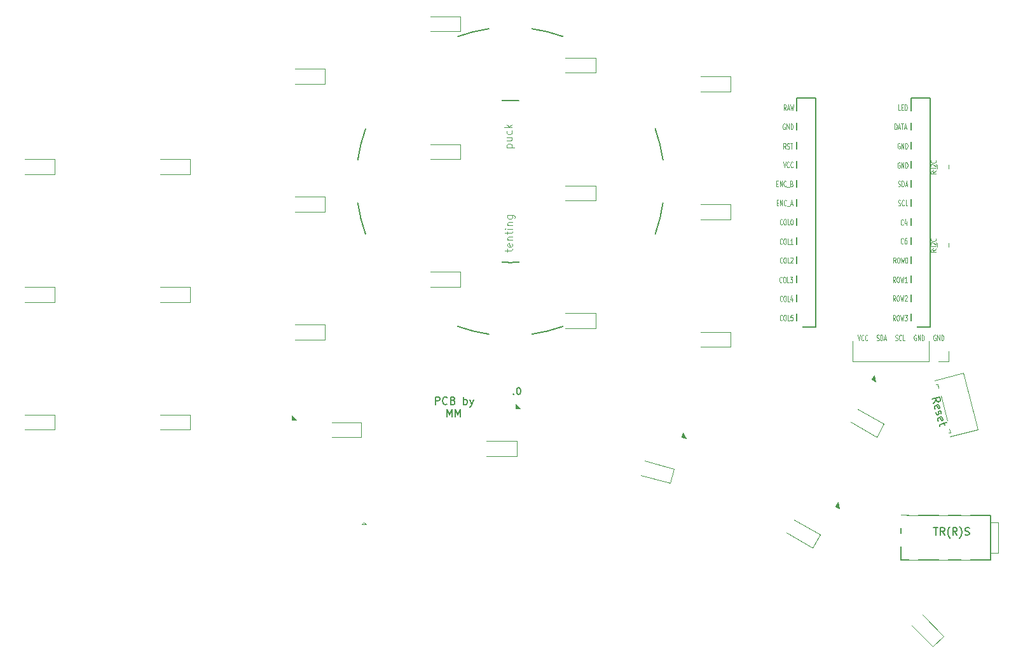
<source format=gbr>
%TF.GenerationSoftware,KiCad,Pcbnew,(5.1.10-1-10_14)*%
%TF.CreationDate,2021-09-20T15:17:19-07:00*%
%TF.ProjectId,redwood,72656477-6f6f-4642-9e6b-696361645f70,rev?*%
%TF.SameCoordinates,Original*%
%TF.FileFunction,Legend,Top*%
%TF.FilePolarity,Positive*%
%FSLAX46Y46*%
G04 Gerber Fmt 4.6, Leading zero omitted, Abs format (unit mm)*
G04 Created by KiCad (PCBNEW (5.1.10-1-10_14)) date 2021-09-20 15:17:19*
%MOMM*%
%LPD*%
G01*
G04 APERTURE LIST*
%ADD10C,0.135000*%
%ADD11C,0.150000*%
%ADD12C,0.120000*%
%ADD13C,0.100000*%
%ADD14C,0.200000*%
%ADD15C,0.125000*%
%ADD16C,0.270000*%
%ADD17R,0.900000X1.200000*%
%ADD18C,0.800000*%
%ADD19C,2.000000*%
%ADD20R,3.200000X2.000000*%
%ADD21R,2.000000X2.000000*%
%ADD22C,1.700000*%
%ADD23C,3.400000*%
%ADD24R,1.700000X0.820000*%
%ADD25R,1.700000X1.700000*%
%ADD26O,1.700000X1.700000*%
%ADD27C,5.000000*%
%ADD28C,1.524000*%
%ADD29C,1.200000*%
%ADD30C,2.100000*%
%ADD31C,1.750000*%
%ADD32O,2.500000X1.700000*%
%ADD33C,4.400000*%
G04 APERTURE END LIST*
D10*
X163452035Y-110221428D02*
X163494892Y-110264285D01*
X163452035Y-110307142D01*
X163409178Y-110264285D01*
X163452035Y-110221428D01*
X163452035Y-110307142D01*
X164052035Y-109407142D02*
X164137750Y-109407142D01*
X164223464Y-109450000D01*
X164266321Y-109492857D01*
X164309178Y-109578571D01*
X164352035Y-109750000D01*
X164352035Y-109964285D01*
X164309178Y-110135714D01*
X164266321Y-110221428D01*
X164223464Y-110264285D01*
X164137750Y-110307142D01*
X164052035Y-110307142D01*
X163966321Y-110264285D01*
X163923464Y-110221428D01*
X163880607Y-110135714D01*
X163837750Y-109964285D01*
X163837750Y-109750000D01*
X163880607Y-109578571D01*
X163923464Y-109492857D01*
X163966321Y-109450000D01*
X164052035Y-109407142D01*
D11*
X153035595Y-111637380D02*
X153035595Y-110637380D01*
X153416547Y-110637380D01*
X153511785Y-110685000D01*
X153559404Y-110732619D01*
X153607023Y-110827857D01*
X153607023Y-110970714D01*
X153559404Y-111065952D01*
X153511785Y-111113571D01*
X153416547Y-111161190D01*
X153035595Y-111161190D01*
X154607023Y-111542142D02*
X154559404Y-111589761D01*
X154416547Y-111637380D01*
X154321309Y-111637380D01*
X154178452Y-111589761D01*
X154083214Y-111494523D01*
X154035595Y-111399285D01*
X153987976Y-111208809D01*
X153987976Y-111065952D01*
X154035595Y-110875476D01*
X154083214Y-110780238D01*
X154178452Y-110685000D01*
X154321309Y-110637380D01*
X154416547Y-110637380D01*
X154559404Y-110685000D01*
X154607023Y-110732619D01*
X155368928Y-111113571D02*
X155511785Y-111161190D01*
X155559404Y-111208809D01*
X155607023Y-111304047D01*
X155607023Y-111446904D01*
X155559404Y-111542142D01*
X155511785Y-111589761D01*
X155416547Y-111637380D01*
X155035595Y-111637380D01*
X155035595Y-110637380D01*
X155368928Y-110637380D01*
X155464166Y-110685000D01*
X155511785Y-110732619D01*
X155559404Y-110827857D01*
X155559404Y-110923095D01*
X155511785Y-111018333D01*
X155464166Y-111065952D01*
X155368928Y-111113571D01*
X155035595Y-111113571D01*
X156797500Y-111637380D02*
X156797500Y-110637380D01*
X156797500Y-111018333D02*
X156892738Y-110970714D01*
X157083214Y-110970714D01*
X157178452Y-111018333D01*
X157226071Y-111065952D01*
X157273690Y-111161190D01*
X157273690Y-111446904D01*
X157226071Y-111542142D01*
X157178452Y-111589761D01*
X157083214Y-111637380D01*
X156892738Y-111637380D01*
X156797500Y-111589761D01*
X157607023Y-110970714D02*
X157845119Y-111637380D01*
X158083214Y-110970714D02*
X157845119Y-111637380D01*
X157749880Y-111875476D01*
X157702261Y-111923095D01*
X157607023Y-111970714D01*
X154559404Y-113287380D02*
X154559404Y-112287380D01*
X154892738Y-113001666D01*
X155226071Y-112287380D01*
X155226071Y-113287380D01*
X155702261Y-113287380D02*
X155702261Y-112287380D01*
X156035595Y-113001666D01*
X156368928Y-112287380D01*
X156368928Y-113287380D01*
D12*
%TO.C,D6*%
X143150000Y-114000000D02*
X139250000Y-114000000D01*
X143150000Y-116000000D02*
X139250000Y-116000000D01*
X143150000Y-116000000D02*
X143150000Y-114000000D01*
%TO.C,K20*%
X143200000Y-127600000D02*
X143500000Y-127300000D01*
X143800000Y-127600000D02*
X143200000Y-127600000D01*
X143500000Y-127300000D02*
X143800000Y-127600000D01*
%TO.C,K24*%
X219276922Y-143878076D02*
X216448495Y-141049649D01*
X220691136Y-142463862D02*
X217862709Y-139635435D01*
X219276922Y-143878076D02*
X220691136Y-142463862D01*
%TO.C,K23*%
X203263436Y-130693831D02*
X199799334Y-128693831D01*
X204263436Y-128961781D02*
X200799334Y-126961781D01*
X203263436Y-130693831D02*
X204263436Y-128961781D01*
%TO.C,K22*%
X184285793Y-122114151D02*
X180422089Y-121078874D01*
X184803431Y-120182299D02*
X180939727Y-119147023D01*
X184285793Y-122114151D02*
X184803431Y-120182299D01*
%TO.C,K21*%
X163850000Y-118500000D02*
X159850000Y-118500000D01*
X163850000Y-116500000D02*
X159850000Y-116500000D01*
X163850000Y-118500000D02*
X163850000Y-116500000D01*
%TO.C,K19*%
X211763436Y-115971399D02*
X208299334Y-113971399D01*
X212763436Y-114239349D02*
X209299334Y-112239349D01*
X211763436Y-115971399D02*
X212763436Y-114239349D01*
%TO.C,K18*%
X192350000Y-104000000D02*
X188350000Y-104000000D01*
X192350000Y-102000000D02*
X188350000Y-102000000D01*
X192350000Y-104000000D02*
X192350000Y-102000000D01*
%TO.C,K17*%
X174350000Y-101500000D02*
X170350000Y-101500000D01*
X174350000Y-99500000D02*
X170350000Y-99500000D01*
X174350000Y-101500000D02*
X174350000Y-99500000D01*
%TO.C,K16*%
X156350000Y-96000000D02*
X152350000Y-96000000D01*
X156350000Y-94000000D02*
X152350000Y-94000000D01*
X156350000Y-96000000D02*
X156350000Y-94000000D01*
%TO.C,K15*%
X138350000Y-103000000D02*
X134350000Y-103000000D01*
X138350000Y-101000000D02*
X134350000Y-101000000D01*
X138350000Y-103000000D02*
X138350000Y-101000000D01*
%TO.C,K14*%
X120350000Y-115000000D02*
X116350000Y-115000000D01*
X120350000Y-113000000D02*
X116350000Y-113000000D01*
X120350000Y-115000000D02*
X120350000Y-113000000D01*
%TO.C,K13*%
X102350000Y-115000000D02*
X98350000Y-115000000D01*
X102350000Y-113000000D02*
X98350000Y-113000000D01*
X102350000Y-115000000D02*
X102350000Y-113000000D01*
%TO.C,K12*%
X192350000Y-87000000D02*
X188350000Y-87000000D01*
X192350000Y-85000000D02*
X188350000Y-85000000D01*
X192350000Y-87000000D02*
X192350000Y-85000000D01*
%TO.C,K11*%
X174350000Y-84500000D02*
X170350000Y-84500000D01*
X174350000Y-82500000D02*
X170350000Y-82500000D01*
X174350000Y-84500000D02*
X174350000Y-82500000D01*
%TO.C,K10*%
X156350000Y-79000000D02*
X152350000Y-79000000D01*
X156350000Y-77000000D02*
X152350000Y-77000000D01*
X156350000Y-79000000D02*
X156350000Y-77000000D01*
%TO.C,K9*%
X138350000Y-86000000D02*
X134350000Y-86000000D01*
X138350000Y-84000000D02*
X134350000Y-84000000D01*
X138350000Y-86000000D02*
X138350000Y-84000000D01*
%TO.C,K8*%
X120350000Y-98000000D02*
X116350000Y-98000000D01*
X120350000Y-96000000D02*
X116350000Y-96000000D01*
X120350000Y-98000000D02*
X120350000Y-96000000D01*
%TO.C,K7*%
X102350000Y-98000000D02*
X98350000Y-98000000D01*
X102350000Y-96000000D02*
X98350000Y-96000000D01*
X102350000Y-98000000D02*
X102350000Y-96000000D01*
%TO.C,K6*%
X192350000Y-70000000D02*
X188350000Y-70000000D01*
X192350000Y-68000000D02*
X188350000Y-68000000D01*
X192350000Y-70000000D02*
X192350000Y-68000000D01*
%TO.C,K5*%
X174350000Y-67500000D02*
X170350000Y-67500000D01*
X174350000Y-65500000D02*
X170350000Y-65500000D01*
X174350000Y-67500000D02*
X174350000Y-65500000D01*
%TO.C,K4*%
X156350000Y-62000000D02*
X152350000Y-62000000D01*
X156350000Y-60000000D02*
X152350000Y-60000000D01*
X156350000Y-62000000D02*
X156350000Y-60000000D01*
%TO.C,K3*%
X138350000Y-69000000D02*
X134350000Y-69000000D01*
X138350000Y-67000000D02*
X134350000Y-67000000D01*
X138350000Y-69000000D02*
X138350000Y-67000000D01*
%TO.C,K2*%
X120350000Y-81000000D02*
X116350000Y-81000000D01*
X120350000Y-79000000D02*
X116350000Y-79000000D01*
X120350000Y-81000000D02*
X120350000Y-79000000D01*
%TO.C,K1*%
X102350000Y-81000000D02*
X98350000Y-81000000D01*
X102350000Y-79000000D02*
X98350000Y-79000000D01*
X102350000Y-81000000D02*
X102350000Y-79000000D01*
D13*
%TO.C,D5*%
G36*
X134530000Y-113710000D02*
G01*
X133930000Y-113710000D01*
X133930000Y-113110000D01*
X134530000Y-113710000D01*
G37*
X134530000Y-113710000D02*
X133930000Y-113710000D01*
X133930000Y-113110000D01*
X134530000Y-113710000D01*
%TO.C,D4*%
G36*
X164286067Y-112177196D02*
G01*
X163686067Y-112177196D01*
X163686067Y-111577196D01*
X164286067Y-112177196D01*
G37*
X164286067Y-112177196D02*
X163686067Y-112177196D01*
X163686067Y-111577196D01*
X164286067Y-112177196D01*
%TO.C,D3*%
G36*
X186380610Y-116165164D02*
G01*
X185801054Y-116009873D01*
X185956346Y-115430317D01*
X186380610Y-116165164D01*
G37*
X186380610Y-116165164D02*
X185801054Y-116009873D01*
X185956346Y-115430317D01*
X186380610Y-116165164D01*
%TO.C,D2*%
G36*
X206824289Y-125475443D02*
G01*
X206304674Y-125175443D01*
X206604674Y-124655828D01*
X206824289Y-125475443D01*
G37*
X206824289Y-125475443D02*
X206304674Y-125175443D01*
X206604674Y-124655828D01*
X206824289Y-125475443D01*
%TO.C,D1*%
G36*
X211646327Y-108599962D02*
G01*
X211126712Y-108299962D01*
X211426712Y-107780347D01*
X211646327Y-108599962D01*
G37*
X211646327Y-108599962D02*
X211126712Y-108299962D01*
X211426712Y-107780347D01*
X211646327Y-108599962D01*
D12*
%TO.C,J1*%
X208565000Y-103220000D02*
X208565000Y-105880000D01*
X218785000Y-105880000D02*
X208565000Y-105880000D01*
X218785000Y-103220000D02*
X218785000Y-105880000D01*
X220055000Y-105880000D02*
X221385000Y-105880000D01*
X221385000Y-104550000D02*
X221385000Y-105880000D01*
D11*
%TO.C,U1*%
X201166400Y-70882000D02*
X203706400Y-70882000D01*
X203706400Y-70882000D02*
X203706400Y-101362000D01*
X203706400Y-101362000D02*
X201166400Y-101362000D01*
X201166400Y-101362000D02*
X201166400Y-70882000D01*
X216386400Y-70882000D02*
X218926400Y-70882000D01*
X218926400Y-70882000D02*
X218926400Y-101362000D01*
X218926400Y-101362000D02*
X216386400Y-101362000D01*
X216386400Y-101362000D02*
X216386400Y-70882000D01*
D12*
%TO.C,R2*%
X219865000Y-79762936D02*
X219865000Y-80217064D01*
X221335000Y-79762936D02*
X221335000Y-80217064D01*
%TO.C,R1*%
X221335000Y-90637064D02*
X221335000Y-90182936D01*
X219865000Y-90637064D02*
X219865000Y-90182936D01*
%TO.C,SW1*%
X220320107Y-110503795D02*
X221200092Y-113787943D01*
X219895644Y-108919677D02*
X220035406Y-109441277D01*
X221484793Y-114850461D02*
X221624555Y-115372061D01*
X221624555Y-115372061D02*
X221402392Y-115431590D01*
X223306006Y-107467529D02*
X219538895Y-108476924D01*
X225304089Y-114924477D02*
X221536978Y-115933871D01*
X223306006Y-107467529D02*
X225304089Y-114924477D01*
X219895644Y-108919677D02*
X219673481Y-108979205D01*
D11*
%TO.C,J2*%
X226980000Y-126360000D02*
X226980000Y-132360000D01*
X226980000Y-132360000D02*
X214980000Y-132360000D01*
X214980000Y-132360000D02*
X214980000Y-126360000D01*
X214980000Y-126360000D02*
X226980000Y-126360000D01*
D12*
X226980000Y-131360000D02*
X227980000Y-131360000D01*
X227980000Y-131360000D02*
X227980000Y-127360000D01*
X227980000Y-127360000D02*
X227080000Y-127360000D01*
D14*
%TO.C,H1*%
X164138385Y-71224136D02*
G75*
G03*
X163010000Y-71165000I-1128385J-10735864D01*
G01*
X161881615Y-71224136D02*
G75*
G02*
X163010000Y-71165000I1128385J-10735864D01*
G01*
X164138385Y-92695864D02*
G75*
G02*
X163010000Y-92755000I-1128385J10735864D01*
G01*
X161881615Y-92695864D02*
G75*
G03*
X163010000Y-92755000I1128385J10735864D01*
G01*
X143723866Y-74951952D02*
G75*
G03*
X142690000Y-79102500I19286134J-7008048D01*
G01*
X143723866Y-88968047D02*
G75*
G02*
X142690000Y-84817500I19286134J7008047D01*
G01*
X182296135Y-88968046D02*
G75*
G03*
X183330000Y-84817500I-19286135J7008046D01*
G01*
X182296135Y-74951955D02*
G75*
G02*
X183330000Y-79102500I-19286135J-7008045D01*
G01*
X156001954Y-101246134D02*
G75*
G03*
X160152500Y-102280000I7008046J19286134D01*
G01*
X170018047Y-101246134D02*
G75*
G02*
X165867500Y-102280000I-7008047J19286134D01*
G01*
X156001952Y-62673866D02*
G75*
G02*
X160152500Y-61640000I7008048J-19286134D01*
G01*
X170018047Y-62673866D02*
G75*
G03*
X165867500Y-61640000I-7008047J-19286134D01*
G01*
%TO.C,J1*%
D15*
X209268333Y-102379285D02*
X209435000Y-103129285D01*
X209601666Y-102379285D01*
X210054047Y-103057857D02*
X210030238Y-103093571D01*
X209958809Y-103129285D01*
X209911190Y-103129285D01*
X209839761Y-103093571D01*
X209792142Y-103022142D01*
X209768333Y-102950714D01*
X209744523Y-102807857D01*
X209744523Y-102700714D01*
X209768333Y-102557857D01*
X209792142Y-102486428D01*
X209839761Y-102415000D01*
X209911190Y-102379285D01*
X209958809Y-102379285D01*
X210030238Y-102415000D01*
X210054047Y-102450714D01*
X210554047Y-103057857D02*
X210530238Y-103093571D01*
X210458809Y-103129285D01*
X210411190Y-103129285D01*
X210339761Y-103093571D01*
X210292142Y-103022142D01*
X210268333Y-102950714D01*
X210244523Y-102807857D01*
X210244523Y-102700714D01*
X210268333Y-102557857D01*
X210292142Y-102486428D01*
X210339761Y-102415000D01*
X210411190Y-102379285D01*
X210458809Y-102379285D01*
X210530238Y-102415000D01*
X210554047Y-102450714D01*
X211818095Y-103093571D02*
X211889523Y-103129285D01*
X212008571Y-103129285D01*
X212056190Y-103093571D01*
X212079999Y-103057857D01*
X212103809Y-102986428D01*
X212103809Y-102915000D01*
X212079999Y-102843571D01*
X212056190Y-102807857D01*
X212008571Y-102772142D01*
X211913333Y-102736428D01*
X211865714Y-102700714D01*
X211841904Y-102665000D01*
X211818095Y-102593571D01*
X211818095Y-102522142D01*
X211841904Y-102450714D01*
X211865714Y-102415000D01*
X211913333Y-102379285D01*
X212032380Y-102379285D01*
X212103809Y-102415000D01*
X212318095Y-103129285D02*
X212318095Y-102379285D01*
X212437142Y-102379285D01*
X212508571Y-102415000D01*
X212556190Y-102486428D01*
X212579999Y-102557857D01*
X212603809Y-102700714D01*
X212603809Y-102807857D01*
X212579999Y-102950714D01*
X212556190Y-103022142D01*
X212508571Y-103093571D01*
X212437142Y-103129285D01*
X212318095Y-103129285D01*
X212794285Y-102915000D02*
X213032380Y-102915000D01*
X212746666Y-103129285D02*
X212913333Y-102379285D01*
X213079999Y-103129285D01*
X214296427Y-103093571D02*
X214367856Y-103129285D01*
X214486904Y-103129285D01*
X214534523Y-103093571D01*
X214558332Y-103057857D01*
X214582142Y-102986428D01*
X214582142Y-102915000D01*
X214558332Y-102843571D01*
X214534523Y-102807857D01*
X214486904Y-102772142D01*
X214391666Y-102736428D01*
X214344046Y-102700714D01*
X214320237Y-102665000D01*
X214296427Y-102593571D01*
X214296427Y-102522142D01*
X214320237Y-102450714D01*
X214344046Y-102415000D01*
X214391666Y-102379285D01*
X214510713Y-102379285D01*
X214582142Y-102415000D01*
X215082142Y-103057857D02*
X215058332Y-103093571D01*
X214986904Y-103129285D01*
X214939285Y-103129285D01*
X214867856Y-103093571D01*
X214820237Y-103022142D01*
X214796427Y-102950714D01*
X214772618Y-102807857D01*
X214772618Y-102700714D01*
X214796427Y-102557857D01*
X214820237Y-102486428D01*
X214867856Y-102415000D01*
X214939285Y-102379285D01*
X214986904Y-102379285D01*
X215058332Y-102415000D01*
X215082142Y-102450714D01*
X215534523Y-103129285D02*
X215296427Y-103129285D01*
X215296427Y-102379285D01*
X217036665Y-102415000D02*
X216989046Y-102379285D01*
X216917618Y-102379285D01*
X216846189Y-102415000D01*
X216798570Y-102486428D01*
X216774760Y-102557857D01*
X216750951Y-102700714D01*
X216750951Y-102807857D01*
X216774760Y-102950714D01*
X216798570Y-103022142D01*
X216846189Y-103093571D01*
X216917618Y-103129285D01*
X216965237Y-103129285D01*
X217036665Y-103093571D01*
X217060475Y-103057857D01*
X217060475Y-102807857D01*
X216965237Y-102807857D01*
X217274760Y-103129285D02*
X217274760Y-102379285D01*
X217560475Y-103129285D01*
X217560475Y-102379285D01*
X217798570Y-103129285D02*
X217798570Y-102379285D01*
X217917618Y-102379285D01*
X217989046Y-102415000D01*
X218036665Y-102486428D01*
X218060475Y-102557857D01*
X218084284Y-102700714D01*
X218084284Y-102807857D01*
X218060475Y-102950714D01*
X218036665Y-103022142D01*
X217989046Y-103093571D01*
X217917618Y-103129285D01*
X217798570Y-103129285D01*
X219634047Y-102415000D02*
X219586428Y-102379285D01*
X219515000Y-102379285D01*
X219443571Y-102415000D01*
X219395952Y-102486428D01*
X219372142Y-102557857D01*
X219348333Y-102700714D01*
X219348333Y-102807857D01*
X219372142Y-102950714D01*
X219395952Y-103022142D01*
X219443571Y-103093571D01*
X219515000Y-103129285D01*
X219562619Y-103129285D01*
X219634047Y-103093571D01*
X219657857Y-103057857D01*
X219657857Y-102807857D01*
X219562619Y-102807857D01*
X219872142Y-103129285D02*
X219872142Y-102379285D01*
X220157857Y-103129285D01*
X220157857Y-102379285D01*
X220395952Y-103129285D02*
X220395952Y-102379285D01*
X220515000Y-102379285D01*
X220586428Y-102415000D01*
X220634047Y-102486428D01*
X220657857Y-102557857D01*
X220681666Y-102700714D01*
X220681666Y-102807857D01*
X220657857Y-102950714D01*
X220634047Y-103022142D01*
X220586428Y-103093571D01*
X220515000Y-103129285D01*
X220395952Y-103129285D01*
%TO.C,U1*%
D11*
D15*
X199704761Y-72489285D02*
X199538095Y-72132142D01*
X199419047Y-72489285D02*
X199419047Y-71739285D01*
X199609523Y-71739285D01*
X199657142Y-71775000D01*
X199680952Y-71810714D01*
X199704761Y-71882142D01*
X199704761Y-71989285D01*
X199680952Y-72060714D01*
X199657142Y-72096428D01*
X199609523Y-72132142D01*
X199419047Y-72132142D01*
X199895238Y-72275000D02*
X200133333Y-72275000D01*
X199847619Y-72489285D02*
X200014285Y-71739285D01*
X200180952Y-72489285D01*
X200300000Y-71739285D02*
X200419047Y-72489285D01*
X200514285Y-71953571D01*
X200609523Y-72489285D01*
X200728571Y-71739285D01*
X214928571Y-72491285D02*
X214690476Y-72491285D01*
X214690476Y-71741285D01*
X215095238Y-72098428D02*
X215261904Y-72098428D01*
X215333333Y-72491285D02*
X215095238Y-72491285D01*
X215095238Y-71741285D01*
X215333333Y-71741285D01*
X215547619Y-72491285D02*
X215547619Y-71741285D01*
X215666666Y-71741285D01*
X215738095Y-71777000D01*
X215785714Y-71848428D01*
X215809523Y-71919857D01*
X215833333Y-72062714D01*
X215833333Y-72169857D01*
X215809523Y-72312714D01*
X215785714Y-72384142D01*
X215738095Y-72455571D01*
X215666666Y-72491285D01*
X215547619Y-72491285D01*
X199569047Y-74317000D02*
X199521428Y-74281285D01*
X199450000Y-74281285D01*
X199378571Y-74317000D01*
X199330952Y-74388428D01*
X199307142Y-74459857D01*
X199283333Y-74602714D01*
X199283333Y-74709857D01*
X199307142Y-74852714D01*
X199330952Y-74924142D01*
X199378571Y-74995571D01*
X199450000Y-75031285D01*
X199497619Y-75031285D01*
X199569047Y-74995571D01*
X199592857Y-74959857D01*
X199592857Y-74709857D01*
X199497619Y-74709857D01*
X199807142Y-75031285D02*
X199807142Y-74281285D01*
X200092857Y-75031285D01*
X200092857Y-74281285D01*
X200330952Y-75031285D02*
X200330952Y-74281285D01*
X200450000Y-74281285D01*
X200521428Y-74317000D01*
X200569047Y-74388428D01*
X200592857Y-74459857D01*
X200616666Y-74602714D01*
X200616666Y-74709857D01*
X200592857Y-74852714D01*
X200569047Y-74924142D01*
X200521428Y-74995571D01*
X200450000Y-75031285D01*
X200330952Y-75031285D01*
X214200000Y-75019285D02*
X214200000Y-74269285D01*
X214319047Y-74269285D01*
X214390476Y-74305000D01*
X214438095Y-74376428D01*
X214461904Y-74447857D01*
X214485714Y-74590714D01*
X214485714Y-74697857D01*
X214461904Y-74840714D01*
X214438095Y-74912142D01*
X214390476Y-74983571D01*
X214319047Y-75019285D01*
X214200000Y-75019285D01*
X214676190Y-74805000D02*
X214914285Y-74805000D01*
X214628571Y-75019285D02*
X214795238Y-74269285D01*
X214961904Y-75019285D01*
X215057142Y-74269285D02*
X215342857Y-74269285D01*
X215200000Y-75019285D02*
X215200000Y-74269285D01*
X215485714Y-74805000D02*
X215723809Y-74805000D01*
X215438095Y-75019285D02*
X215604761Y-74269285D01*
X215771428Y-75019285D01*
X199676190Y-77634785D02*
X199509523Y-77277642D01*
X199390476Y-77634785D02*
X199390476Y-76884785D01*
X199580952Y-76884785D01*
X199628571Y-76920500D01*
X199652380Y-76956214D01*
X199676190Y-77027642D01*
X199676190Y-77134785D01*
X199652380Y-77206214D01*
X199628571Y-77241928D01*
X199580952Y-77277642D01*
X199390476Y-77277642D01*
X199866666Y-77599071D02*
X199938095Y-77634785D01*
X200057142Y-77634785D01*
X200104761Y-77599071D01*
X200128571Y-77563357D01*
X200152380Y-77491928D01*
X200152380Y-77420500D01*
X200128571Y-77349071D01*
X200104761Y-77313357D01*
X200057142Y-77277642D01*
X199961904Y-77241928D01*
X199914285Y-77206214D01*
X199890476Y-77170500D01*
X199866666Y-77099071D01*
X199866666Y-77027642D01*
X199890476Y-76956214D01*
X199914285Y-76920500D01*
X199961904Y-76884785D01*
X200080952Y-76884785D01*
X200152380Y-76920500D01*
X200295238Y-76884785D02*
X200580952Y-76884785D01*
X200438095Y-77634785D02*
X200438095Y-76884785D01*
X214869047Y-76875000D02*
X214821428Y-76839285D01*
X214750000Y-76839285D01*
X214678571Y-76875000D01*
X214630952Y-76946428D01*
X214607142Y-77017857D01*
X214583333Y-77160714D01*
X214583333Y-77267857D01*
X214607142Y-77410714D01*
X214630952Y-77482142D01*
X214678571Y-77553571D01*
X214750000Y-77589285D01*
X214797619Y-77589285D01*
X214869047Y-77553571D01*
X214892857Y-77517857D01*
X214892857Y-77267857D01*
X214797619Y-77267857D01*
X215107142Y-77589285D02*
X215107142Y-76839285D01*
X215392857Y-77589285D01*
X215392857Y-76839285D01*
X215630952Y-77589285D02*
X215630952Y-76839285D01*
X215750000Y-76839285D01*
X215821428Y-76875000D01*
X215869047Y-76946428D01*
X215892857Y-77017857D01*
X215916666Y-77160714D01*
X215916666Y-77267857D01*
X215892857Y-77410714D01*
X215869047Y-77482142D01*
X215821428Y-77553571D01*
X215750000Y-77589285D01*
X215630952Y-77589285D01*
X199333333Y-79361285D02*
X199500000Y-80111285D01*
X199666666Y-79361285D01*
X200119047Y-80039857D02*
X200095238Y-80075571D01*
X200023809Y-80111285D01*
X199976190Y-80111285D01*
X199904761Y-80075571D01*
X199857142Y-80004142D01*
X199833333Y-79932714D01*
X199809523Y-79789857D01*
X199809523Y-79682714D01*
X199833333Y-79539857D01*
X199857142Y-79468428D01*
X199904761Y-79397000D01*
X199976190Y-79361285D01*
X200023809Y-79361285D01*
X200095238Y-79397000D01*
X200119047Y-79432714D01*
X200619047Y-80039857D02*
X200595238Y-80075571D01*
X200523809Y-80111285D01*
X200476190Y-80111285D01*
X200404761Y-80075571D01*
X200357142Y-80004142D01*
X200333333Y-79932714D01*
X200309523Y-79789857D01*
X200309523Y-79682714D01*
X200333333Y-79539857D01*
X200357142Y-79468428D01*
X200404761Y-79397000D01*
X200476190Y-79361285D01*
X200523809Y-79361285D01*
X200595238Y-79397000D01*
X200619047Y-79432714D01*
X214869047Y-79460500D02*
X214821428Y-79424785D01*
X214750000Y-79424785D01*
X214678571Y-79460500D01*
X214630952Y-79531928D01*
X214607142Y-79603357D01*
X214583333Y-79746214D01*
X214583333Y-79853357D01*
X214607142Y-79996214D01*
X214630952Y-80067642D01*
X214678571Y-80139071D01*
X214750000Y-80174785D01*
X214797619Y-80174785D01*
X214869047Y-80139071D01*
X214892857Y-80103357D01*
X214892857Y-79853357D01*
X214797619Y-79853357D01*
X215107142Y-80174785D02*
X215107142Y-79424785D01*
X215392857Y-80174785D01*
X215392857Y-79424785D01*
X215630952Y-80174785D02*
X215630952Y-79424785D01*
X215750000Y-79424785D01*
X215821428Y-79460500D01*
X215869047Y-79531928D01*
X215892857Y-79603357D01*
X215916666Y-79746214D01*
X215916666Y-79853357D01*
X215892857Y-79996214D01*
X215869047Y-80067642D01*
X215821428Y-80139071D01*
X215750000Y-80174785D01*
X215630952Y-80174785D01*
X199202380Y-90247857D02*
X199178571Y-90283571D01*
X199107142Y-90319285D01*
X199059523Y-90319285D01*
X198988095Y-90283571D01*
X198940476Y-90212142D01*
X198916666Y-90140714D01*
X198892857Y-89997857D01*
X198892857Y-89890714D01*
X198916666Y-89747857D01*
X198940476Y-89676428D01*
X198988095Y-89605000D01*
X199059523Y-89569285D01*
X199107142Y-89569285D01*
X199178571Y-89605000D01*
X199202380Y-89640714D01*
X199511904Y-89569285D02*
X199607142Y-89569285D01*
X199654761Y-89605000D01*
X199702380Y-89676428D01*
X199726190Y-89819285D01*
X199726190Y-90069285D01*
X199702380Y-90212142D01*
X199654761Y-90283571D01*
X199607142Y-90319285D01*
X199511904Y-90319285D01*
X199464285Y-90283571D01*
X199416666Y-90212142D01*
X199392857Y-90069285D01*
X199392857Y-89819285D01*
X199416666Y-89676428D01*
X199464285Y-89605000D01*
X199511904Y-89569285D01*
X200178571Y-90319285D02*
X199940476Y-90319285D01*
X199940476Y-89569285D01*
X200607142Y-90319285D02*
X200321428Y-90319285D01*
X200464285Y-90319285D02*
X200464285Y-89569285D01*
X200416666Y-89676428D01*
X200369047Y-89747857D01*
X200321428Y-89783571D01*
X215316666Y-87697857D02*
X215292857Y-87733571D01*
X215221428Y-87769285D01*
X215173809Y-87769285D01*
X215102380Y-87733571D01*
X215054761Y-87662142D01*
X215030952Y-87590714D01*
X215007142Y-87447857D01*
X215007142Y-87340714D01*
X215030952Y-87197857D01*
X215054761Y-87126428D01*
X215102380Y-87055000D01*
X215173809Y-87019285D01*
X215221428Y-87019285D01*
X215292857Y-87055000D01*
X215316666Y-87090714D01*
X215745238Y-87269285D02*
X215745238Y-87769285D01*
X215626190Y-86983571D02*
X215507142Y-87519285D01*
X215816666Y-87519285D01*
X199202380Y-87659857D02*
X199178571Y-87695571D01*
X199107142Y-87731285D01*
X199059523Y-87731285D01*
X198988095Y-87695571D01*
X198940476Y-87624142D01*
X198916666Y-87552714D01*
X198892857Y-87409857D01*
X198892857Y-87302714D01*
X198916666Y-87159857D01*
X198940476Y-87088428D01*
X198988095Y-87017000D01*
X199059523Y-86981285D01*
X199107142Y-86981285D01*
X199178571Y-87017000D01*
X199202380Y-87052714D01*
X199511904Y-86981285D02*
X199607142Y-86981285D01*
X199654761Y-87017000D01*
X199702380Y-87088428D01*
X199726190Y-87231285D01*
X199726190Y-87481285D01*
X199702380Y-87624142D01*
X199654761Y-87695571D01*
X199607142Y-87731285D01*
X199511904Y-87731285D01*
X199464285Y-87695571D01*
X199416666Y-87624142D01*
X199392857Y-87481285D01*
X199392857Y-87231285D01*
X199416666Y-87088428D01*
X199464285Y-87017000D01*
X199511904Y-86981285D01*
X200178571Y-87731285D02*
X199940476Y-87731285D01*
X199940476Y-86981285D01*
X200440476Y-86981285D02*
X200488095Y-86981285D01*
X200535714Y-87017000D01*
X200559523Y-87052714D01*
X200583333Y-87124142D01*
X200607142Y-87267000D01*
X200607142Y-87445571D01*
X200583333Y-87588428D01*
X200559523Y-87659857D01*
X200535714Y-87695571D01*
X200488095Y-87731285D01*
X200440476Y-87731285D01*
X200392857Y-87695571D01*
X200369047Y-87659857D01*
X200345238Y-87588428D01*
X200321428Y-87445571D01*
X200321428Y-87267000D01*
X200345238Y-87124142D01*
X200369047Y-87052714D01*
X200392857Y-87017000D01*
X200440476Y-86981285D01*
X214654761Y-85153571D02*
X214726190Y-85189285D01*
X214845238Y-85189285D01*
X214892857Y-85153571D01*
X214916666Y-85117857D01*
X214940476Y-85046428D01*
X214940476Y-84975000D01*
X214916666Y-84903571D01*
X214892857Y-84867857D01*
X214845238Y-84832142D01*
X214750000Y-84796428D01*
X214702380Y-84760714D01*
X214678571Y-84725000D01*
X214654761Y-84653571D01*
X214654761Y-84582142D01*
X214678571Y-84510714D01*
X214702380Y-84475000D01*
X214750000Y-84439285D01*
X214869047Y-84439285D01*
X214940476Y-84475000D01*
X215440476Y-85117857D02*
X215416666Y-85153571D01*
X215345238Y-85189285D01*
X215297619Y-85189285D01*
X215226190Y-85153571D01*
X215178571Y-85082142D01*
X215154761Y-85010714D01*
X215130952Y-84867857D01*
X215130952Y-84760714D01*
X215154761Y-84617857D01*
X215178571Y-84546428D01*
X215226190Y-84475000D01*
X215297619Y-84439285D01*
X215345238Y-84439285D01*
X215416666Y-84475000D01*
X215440476Y-84510714D01*
X215892857Y-85189285D02*
X215654761Y-85189285D01*
X215654761Y-84439285D01*
X198476190Y-84796428D02*
X198642857Y-84796428D01*
X198714285Y-85189285D02*
X198476190Y-85189285D01*
X198476190Y-84439285D01*
X198714285Y-84439285D01*
X198928571Y-85189285D02*
X198928571Y-84439285D01*
X199214285Y-85189285D01*
X199214285Y-84439285D01*
X199738095Y-85117857D02*
X199714285Y-85153571D01*
X199642857Y-85189285D01*
X199595238Y-85189285D01*
X199523809Y-85153571D01*
X199476190Y-85082142D01*
X199452380Y-85010714D01*
X199428571Y-84867857D01*
X199428571Y-84760714D01*
X199452380Y-84617857D01*
X199476190Y-84546428D01*
X199523809Y-84475000D01*
X199595238Y-84439285D01*
X199642857Y-84439285D01*
X199714285Y-84475000D01*
X199738095Y-84510714D01*
X199833333Y-85260714D02*
X200214285Y-85260714D01*
X200309523Y-84975000D02*
X200547619Y-84975000D01*
X200261904Y-85189285D02*
X200428571Y-84439285D01*
X200595238Y-85189285D01*
X214642857Y-82615571D02*
X214714285Y-82651285D01*
X214833333Y-82651285D01*
X214880952Y-82615571D01*
X214904761Y-82579857D01*
X214928571Y-82508428D01*
X214928571Y-82437000D01*
X214904761Y-82365571D01*
X214880952Y-82329857D01*
X214833333Y-82294142D01*
X214738095Y-82258428D01*
X214690476Y-82222714D01*
X214666666Y-82187000D01*
X214642857Y-82115571D01*
X214642857Y-82044142D01*
X214666666Y-81972714D01*
X214690476Y-81937000D01*
X214738095Y-81901285D01*
X214857142Y-81901285D01*
X214928571Y-81937000D01*
X215142857Y-82651285D02*
X215142857Y-81901285D01*
X215261904Y-81901285D01*
X215333333Y-81937000D01*
X215380952Y-82008428D01*
X215404761Y-82079857D01*
X215428571Y-82222714D01*
X215428571Y-82329857D01*
X215404761Y-82472714D01*
X215380952Y-82544142D01*
X215333333Y-82615571D01*
X215261904Y-82651285D01*
X215142857Y-82651285D01*
X215619047Y-82437000D02*
X215857142Y-82437000D01*
X215571428Y-82651285D02*
X215738095Y-81901285D01*
X215904761Y-82651285D01*
X198440476Y-82246428D02*
X198607142Y-82246428D01*
X198678571Y-82639285D02*
X198440476Y-82639285D01*
X198440476Y-81889285D01*
X198678571Y-81889285D01*
X198892857Y-82639285D02*
X198892857Y-81889285D01*
X199178571Y-82639285D01*
X199178571Y-81889285D01*
X199702380Y-82567857D02*
X199678571Y-82603571D01*
X199607142Y-82639285D01*
X199559523Y-82639285D01*
X199488095Y-82603571D01*
X199440476Y-82532142D01*
X199416666Y-82460714D01*
X199392857Y-82317857D01*
X199392857Y-82210714D01*
X199416666Y-82067857D01*
X199440476Y-81996428D01*
X199488095Y-81925000D01*
X199559523Y-81889285D01*
X199607142Y-81889285D01*
X199678571Y-81925000D01*
X199702380Y-81960714D01*
X199797619Y-82710714D02*
X200178571Y-82710714D01*
X200464285Y-82246428D02*
X200535714Y-82282142D01*
X200559523Y-82317857D01*
X200583333Y-82389285D01*
X200583333Y-82496428D01*
X200559523Y-82567857D01*
X200535714Y-82603571D01*
X200488095Y-82639285D01*
X200297619Y-82639285D01*
X200297619Y-81889285D01*
X200464285Y-81889285D01*
X200511904Y-81925000D01*
X200535714Y-81960714D01*
X200559523Y-82032142D01*
X200559523Y-82103571D01*
X200535714Y-82175000D01*
X200511904Y-82210714D01*
X200464285Y-82246428D01*
X200297619Y-82246428D01*
X199202380Y-100397857D02*
X199178571Y-100433571D01*
X199107142Y-100469285D01*
X199059523Y-100469285D01*
X198988095Y-100433571D01*
X198940476Y-100362142D01*
X198916666Y-100290714D01*
X198892857Y-100147857D01*
X198892857Y-100040714D01*
X198916666Y-99897857D01*
X198940476Y-99826428D01*
X198988095Y-99755000D01*
X199059523Y-99719285D01*
X199107142Y-99719285D01*
X199178571Y-99755000D01*
X199202380Y-99790714D01*
X199511904Y-99719285D02*
X199607142Y-99719285D01*
X199654761Y-99755000D01*
X199702380Y-99826428D01*
X199726190Y-99969285D01*
X199726190Y-100219285D01*
X199702380Y-100362142D01*
X199654761Y-100433571D01*
X199607142Y-100469285D01*
X199511904Y-100469285D01*
X199464285Y-100433571D01*
X199416666Y-100362142D01*
X199392857Y-100219285D01*
X199392857Y-99969285D01*
X199416666Y-99826428D01*
X199464285Y-99755000D01*
X199511904Y-99719285D01*
X200178571Y-100469285D02*
X199940476Y-100469285D01*
X199940476Y-99719285D01*
X200583333Y-99719285D02*
X200345238Y-99719285D01*
X200321428Y-100076428D01*
X200345238Y-100040714D01*
X200392857Y-100005000D01*
X200511904Y-100005000D01*
X200559523Y-100040714D01*
X200583333Y-100076428D01*
X200607142Y-100147857D01*
X200607142Y-100326428D01*
X200583333Y-100397857D01*
X200559523Y-100433571D01*
X200511904Y-100469285D01*
X200392857Y-100469285D01*
X200345238Y-100433571D01*
X200321428Y-100397857D01*
X214269047Y-100489285D02*
X214102380Y-100132142D01*
X213983333Y-100489285D02*
X213983333Y-99739285D01*
X214173809Y-99739285D01*
X214221428Y-99775000D01*
X214245238Y-99810714D01*
X214269047Y-99882142D01*
X214269047Y-99989285D01*
X214245238Y-100060714D01*
X214221428Y-100096428D01*
X214173809Y-100132142D01*
X213983333Y-100132142D01*
X214578571Y-99739285D02*
X214673809Y-99739285D01*
X214721428Y-99775000D01*
X214769047Y-99846428D01*
X214792857Y-99989285D01*
X214792857Y-100239285D01*
X214769047Y-100382142D01*
X214721428Y-100453571D01*
X214673809Y-100489285D01*
X214578571Y-100489285D01*
X214530952Y-100453571D01*
X214483333Y-100382142D01*
X214459523Y-100239285D01*
X214459523Y-99989285D01*
X214483333Y-99846428D01*
X214530952Y-99775000D01*
X214578571Y-99739285D01*
X214959523Y-99739285D02*
X215078571Y-100489285D01*
X215173809Y-99953571D01*
X215269047Y-100489285D01*
X215388095Y-99739285D01*
X215530952Y-99739285D02*
X215840476Y-99739285D01*
X215673809Y-100025000D01*
X215745238Y-100025000D01*
X215792857Y-100060714D01*
X215816666Y-100096428D01*
X215840476Y-100167857D01*
X215840476Y-100346428D01*
X215816666Y-100417857D01*
X215792857Y-100453571D01*
X215745238Y-100489285D01*
X215602380Y-100489285D01*
X215554761Y-100453571D01*
X215530952Y-100417857D01*
X214269047Y-97891285D02*
X214102380Y-97534142D01*
X213983333Y-97891285D02*
X213983333Y-97141285D01*
X214173809Y-97141285D01*
X214221428Y-97177000D01*
X214245238Y-97212714D01*
X214269047Y-97284142D01*
X214269047Y-97391285D01*
X214245238Y-97462714D01*
X214221428Y-97498428D01*
X214173809Y-97534142D01*
X213983333Y-97534142D01*
X214578571Y-97141285D02*
X214673809Y-97141285D01*
X214721428Y-97177000D01*
X214769047Y-97248428D01*
X214792857Y-97391285D01*
X214792857Y-97641285D01*
X214769047Y-97784142D01*
X214721428Y-97855571D01*
X214673809Y-97891285D01*
X214578571Y-97891285D01*
X214530952Y-97855571D01*
X214483333Y-97784142D01*
X214459523Y-97641285D01*
X214459523Y-97391285D01*
X214483333Y-97248428D01*
X214530952Y-97177000D01*
X214578571Y-97141285D01*
X214959523Y-97141285D02*
X215078571Y-97891285D01*
X215173809Y-97355571D01*
X215269047Y-97891285D01*
X215388095Y-97141285D01*
X215554761Y-97212714D02*
X215578571Y-97177000D01*
X215626190Y-97141285D01*
X215745238Y-97141285D01*
X215792857Y-97177000D01*
X215816666Y-97212714D01*
X215840476Y-97284142D01*
X215840476Y-97355571D01*
X215816666Y-97462714D01*
X215530952Y-97891285D01*
X215840476Y-97891285D01*
X199202380Y-97847857D02*
X199178571Y-97883571D01*
X199107142Y-97919285D01*
X199059523Y-97919285D01*
X198988095Y-97883571D01*
X198940476Y-97812142D01*
X198916666Y-97740714D01*
X198892857Y-97597857D01*
X198892857Y-97490714D01*
X198916666Y-97347857D01*
X198940476Y-97276428D01*
X198988095Y-97205000D01*
X199059523Y-97169285D01*
X199107142Y-97169285D01*
X199178571Y-97205000D01*
X199202380Y-97240714D01*
X199511904Y-97169285D02*
X199607142Y-97169285D01*
X199654761Y-97205000D01*
X199702380Y-97276428D01*
X199726190Y-97419285D01*
X199726190Y-97669285D01*
X199702380Y-97812142D01*
X199654761Y-97883571D01*
X199607142Y-97919285D01*
X199511904Y-97919285D01*
X199464285Y-97883571D01*
X199416666Y-97812142D01*
X199392857Y-97669285D01*
X199392857Y-97419285D01*
X199416666Y-97276428D01*
X199464285Y-97205000D01*
X199511904Y-97169285D01*
X200178571Y-97919285D02*
X199940476Y-97919285D01*
X199940476Y-97169285D01*
X200559523Y-97419285D02*
X200559523Y-97919285D01*
X200440476Y-97133571D02*
X200321428Y-97669285D01*
X200630952Y-97669285D01*
X214269047Y-95389285D02*
X214102380Y-95032142D01*
X213983333Y-95389285D02*
X213983333Y-94639285D01*
X214173809Y-94639285D01*
X214221428Y-94675000D01*
X214245238Y-94710714D01*
X214269047Y-94782142D01*
X214269047Y-94889285D01*
X214245238Y-94960714D01*
X214221428Y-94996428D01*
X214173809Y-95032142D01*
X213983333Y-95032142D01*
X214578571Y-94639285D02*
X214673809Y-94639285D01*
X214721428Y-94675000D01*
X214769047Y-94746428D01*
X214792857Y-94889285D01*
X214792857Y-95139285D01*
X214769047Y-95282142D01*
X214721428Y-95353571D01*
X214673809Y-95389285D01*
X214578571Y-95389285D01*
X214530952Y-95353571D01*
X214483333Y-95282142D01*
X214459523Y-95139285D01*
X214459523Y-94889285D01*
X214483333Y-94746428D01*
X214530952Y-94675000D01*
X214578571Y-94639285D01*
X214959523Y-94639285D02*
X215078571Y-95389285D01*
X215173809Y-94853571D01*
X215269047Y-95389285D01*
X215388095Y-94639285D01*
X215840476Y-95389285D02*
X215554761Y-95389285D01*
X215697619Y-95389285D02*
X215697619Y-94639285D01*
X215650000Y-94746428D01*
X215602380Y-94817857D01*
X215554761Y-94853571D01*
X199152380Y-95343357D02*
X199128571Y-95379071D01*
X199057142Y-95414785D01*
X199009523Y-95414785D01*
X198938095Y-95379071D01*
X198890476Y-95307642D01*
X198866666Y-95236214D01*
X198842857Y-95093357D01*
X198842857Y-94986214D01*
X198866666Y-94843357D01*
X198890476Y-94771928D01*
X198938095Y-94700500D01*
X199009523Y-94664785D01*
X199057142Y-94664785D01*
X199128571Y-94700500D01*
X199152380Y-94736214D01*
X199461904Y-94664785D02*
X199557142Y-94664785D01*
X199604761Y-94700500D01*
X199652380Y-94771928D01*
X199676190Y-94914785D01*
X199676190Y-95164785D01*
X199652380Y-95307642D01*
X199604761Y-95379071D01*
X199557142Y-95414785D01*
X199461904Y-95414785D01*
X199414285Y-95379071D01*
X199366666Y-95307642D01*
X199342857Y-95164785D01*
X199342857Y-94914785D01*
X199366666Y-94771928D01*
X199414285Y-94700500D01*
X199461904Y-94664785D01*
X200128571Y-95414785D02*
X199890476Y-95414785D01*
X199890476Y-94664785D01*
X200247619Y-94664785D02*
X200557142Y-94664785D01*
X200390476Y-94950500D01*
X200461904Y-94950500D01*
X200509523Y-94986214D01*
X200533333Y-95021928D01*
X200557142Y-95093357D01*
X200557142Y-95271928D01*
X200533333Y-95343357D01*
X200509523Y-95379071D01*
X200461904Y-95414785D01*
X200319047Y-95414785D01*
X200271428Y-95379071D01*
X200247619Y-95343357D01*
X214319047Y-92819285D02*
X214152380Y-92462142D01*
X214033333Y-92819285D02*
X214033333Y-92069285D01*
X214223809Y-92069285D01*
X214271428Y-92105000D01*
X214295238Y-92140714D01*
X214319047Y-92212142D01*
X214319047Y-92319285D01*
X214295238Y-92390714D01*
X214271428Y-92426428D01*
X214223809Y-92462142D01*
X214033333Y-92462142D01*
X214628571Y-92069285D02*
X214723809Y-92069285D01*
X214771428Y-92105000D01*
X214819047Y-92176428D01*
X214842857Y-92319285D01*
X214842857Y-92569285D01*
X214819047Y-92712142D01*
X214771428Y-92783571D01*
X214723809Y-92819285D01*
X214628571Y-92819285D01*
X214580952Y-92783571D01*
X214533333Y-92712142D01*
X214509523Y-92569285D01*
X214509523Y-92319285D01*
X214533333Y-92176428D01*
X214580952Y-92105000D01*
X214628571Y-92069285D01*
X215009523Y-92069285D02*
X215128571Y-92819285D01*
X215223809Y-92283571D01*
X215319047Y-92819285D01*
X215438095Y-92069285D01*
X215723809Y-92069285D02*
X215771428Y-92069285D01*
X215819047Y-92105000D01*
X215842857Y-92140714D01*
X215866666Y-92212142D01*
X215890476Y-92355000D01*
X215890476Y-92533571D01*
X215866666Y-92676428D01*
X215842857Y-92747857D01*
X215819047Y-92783571D01*
X215771428Y-92819285D01*
X215723809Y-92819285D01*
X215676190Y-92783571D01*
X215652380Y-92747857D01*
X215628571Y-92676428D01*
X215604761Y-92533571D01*
X215604761Y-92355000D01*
X215628571Y-92212142D01*
X215652380Y-92140714D01*
X215676190Y-92105000D01*
X215723809Y-92069285D01*
X199202380Y-92747857D02*
X199178571Y-92783571D01*
X199107142Y-92819285D01*
X199059523Y-92819285D01*
X198988095Y-92783571D01*
X198940476Y-92712142D01*
X198916666Y-92640714D01*
X198892857Y-92497857D01*
X198892857Y-92390714D01*
X198916666Y-92247857D01*
X198940476Y-92176428D01*
X198988095Y-92105000D01*
X199059523Y-92069285D01*
X199107142Y-92069285D01*
X199178571Y-92105000D01*
X199202380Y-92140714D01*
X199511904Y-92069285D02*
X199607142Y-92069285D01*
X199654761Y-92105000D01*
X199702380Y-92176428D01*
X199726190Y-92319285D01*
X199726190Y-92569285D01*
X199702380Y-92712142D01*
X199654761Y-92783571D01*
X199607142Y-92819285D01*
X199511904Y-92819285D01*
X199464285Y-92783571D01*
X199416666Y-92712142D01*
X199392857Y-92569285D01*
X199392857Y-92319285D01*
X199416666Y-92176428D01*
X199464285Y-92105000D01*
X199511904Y-92069285D01*
X200178571Y-92819285D02*
X199940476Y-92819285D01*
X199940476Y-92069285D01*
X200321428Y-92140714D02*
X200345238Y-92105000D01*
X200392857Y-92069285D01*
X200511904Y-92069285D01*
X200559523Y-92105000D01*
X200583333Y-92140714D01*
X200607142Y-92212142D01*
X200607142Y-92283571D01*
X200583333Y-92390714D01*
X200297619Y-92819285D01*
X200607142Y-92819285D01*
X215316666Y-90167857D02*
X215292857Y-90203571D01*
X215221428Y-90239285D01*
X215173809Y-90239285D01*
X215102380Y-90203571D01*
X215054761Y-90132142D01*
X215030952Y-90060714D01*
X215007142Y-89917857D01*
X215007142Y-89810714D01*
X215030952Y-89667857D01*
X215054761Y-89596428D01*
X215102380Y-89525000D01*
X215173809Y-89489285D01*
X215221428Y-89489285D01*
X215292857Y-89525000D01*
X215316666Y-89560714D01*
X215745238Y-89489285D02*
X215650000Y-89489285D01*
X215602380Y-89525000D01*
X215578571Y-89560714D01*
X215530952Y-89667857D01*
X215507142Y-89810714D01*
X215507142Y-90096428D01*
X215530952Y-90167857D01*
X215554761Y-90203571D01*
X215602380Y-90239285D01*
X215697619Y-90239285D01*
X215745238Y-90203571D01*
X215769047Y-90167857D01*
X215792857Y-90096428D01*
X215792857Y-89917857D01*
X215769047Y-89846428D01*
X215745238Y-89810714D01*
X215697619Y-89775000D01*
X215602380Y-89775000D01*
X215554761Y-89810714D01*
X215530952Y-89846428D01*
X215507142Y-89917857D01*
%TO.C,R2*%
X219709285Y-80621428D02*
X219352142Y-80788095D01*
X219709285Y-80907142D02*
X218959285Y-80907142D01*
X218959285Y-80716666D01*
X218995000Y-80669047D01*
X219030714Y-80645238D01*
X219102142Y-80621428D01*
X219209285Y-80621428D01*
X219280714Y-80645238D01*
X219316428Y-80669047D01*
X219352142Y-80716666D01*
X219352142Y-80907142D01*
X219637857Y-80407142D02*
X219673571Y-80383333D01*
X219709285Y-80407142D01*
X219673571Y-80430952D01*
X219637857Y-80407142D01*
X219709285Y-80407142D01*
X219245000Y-80407142D02*
X219280714Y-80383333D01*
X219316428Y-80407142D01*
X219280714Y-80430952D01*
X219245000Y-80407142D01*
X219316428Y-80407142D01*
X219709285Y-80169047D02*
X218959285Y-80169047D01*
X219030714Y-79954761D02*
X218995000Y-79930952D01*
X218959285Y-79883333D01*
X218959285Y-79764285D01*
X218995000Y-79716666D01*
X219030714Y-79692857D01*
X219102142Y-79669047D01*
X219173571Y-79669047D01*
X219280714Y-79692857D01*
X219709285Y-79978571D01*
X219709285Y-79669047D01*
X219637857Y-79169047D02*
X219673571Y-79192857D01*
X219709285Y-79264285D01*
X219709285Y-79311904D01*
X219673571Y-79383333D01*
X219602142Y-79430952D01*
X219530714Y-79454761D01*
X219387857Y-79478571D01*
X219280714Y-79478571D01*
X219137857Y-79454761D01*
X219066428Y-79430952D01*
X218995000Y-79383333D01*
X218959285Y-79311904D01*
X218959285Y-79264285D01*
X218995000Y-79192857D01*
X219030714Y-79169047D01*
%TO.C,R1*%
X219709285Y-91041428D02*
X219352142Y-91208095D01*
X219709285Y-91327142D02*
X218959285Y-91327142D01*
X218959285Y-91136666D01*
X218995000Y-91089047D01*
X219030714Y-91065238D01*
X219102142Y-91041428D01*
X219209285Y-91041428D01*
X219280714Y-91065238D01*
X219316428Y-91089047D01*
X219352142Y-91136666D01*
X219352142Y-91327142D01*
X219637857Y-90827142D02*
X219673571Y-90803333D01*
X219709285Y-90827142D01*
X219673571Y-90850952D01*
X219637857Y-90827142D01*
X219709285Y-90827142D01*
X219245000Y-90827142D02*
X219280714Y-90803333D01*
X219316428Y-90827142D01*
X219280714Y-90850952D01*
X219245000Y-90827142D01*
X219316428Y-90827142D01*
X219709285Y-90589047D02*
X218959285Y-90589047D01*
X219030714Y-90374761D02*
X218995000Y-90350952D01*
X218959285Y-90303333D01*
X218959285Y-90184285D01*
X218995000Y-90136666D01*
X219030714Y-90112857D01*
X219102142Y-90089047D01*
X219173571Y-90089047D01*
X219280714Y-90112857D01*
X219709285Y-90398571D01*
X219709285Y-90089047D01*
X219637857Y-89589047D02*
X219673571Y-89612857D01*
X219709285Y-89684285D01*
X219709285Y-89731904D01*
X219673571Y-89803333D01*
X219602142Y-89850952D01*
X219530714Y-89874761D01*
X219387857Y-89898571D01*
X219280714Y-89898571D01*
X219137857Y-89874761D01*
X219066428Y-89850952D01*
X218995000Y-89803333D01*
X218959285Y-89731904D01*
X218959285Y-89684285D01*
X218995000Y-89612857D01*
X219030714Y-89589047D01*
%TO.C,SW1*%
D11*
X219352590Y-111461176D02*
X219726282Y-111015954D01*
X219204694Y-110909219D02*
X220170620Y-110650399D01*
X220269217Y-111018371D01*
X220247870Y-111122689D01*
X220214199Y-111181010D01*
X220134530Y-111251656D01*
X219996541Y-111288630D01*
X219892223Y-111267283D01*
X219833902Y-111233611D01*
X219763256Y-111153943D01*
X219664659Y-110785971D01*
X219608107Y-112230791D02*
X219537461Y-112151123D01*
X219488162Y-111967137D01*
X219509509Y-111862820D01*
X219589178Y-111792174D01*
X219957149Y-111693576D01*
X220061467Y-111714923D01*
X220132113Y-111794591D01*
X220181412Y-111978577D01*
X220160065Y-112082895D01*
X220080396Y-112153541D01*
X219988404Y-112178190D01*
X219773163Y-111742875D01*
X219719030Y-112644760D02*
X219697682Y-112749077D01*
X219746981Y-112933063D01*
X219817627Y-113012731D01*
X219921945Y-113034078D01*
X219967941Y-113021754D01*
X220047610Y-112951108D01*
X220068957Y-112846790D01*
X220031982Y-112708801D01*
X220053330Y-112604483D01*
X220132998Y-112533837D01*
X220178994Y-112521512D01*
X220283312Y-112542859D01*
X220353958Y-112622528D01*
X220390932Y-112760517D01*
X220369585Y-112864835D01*
X220039472Y-113840668D02*
X219968826Y-113761000D01*
X219919527Y-113577014D01*
X219940874Y-113472696D01*
X220020543Y-113402050D01*
X220388514Y-113303452D01*
X220492832Y-113324799D01*
X220563478Y-113404468D01*
X220612777Y-113588454D01*
X220591430Y-113692771D01*
X220511762Y-113763417D01*
X220419769Y-113788066D01*
X220204529Y-113352751D01*
X220723699Y-114002422D02*
X220822297Y-114370393D01*
X221082649Y-114054138D02*
X220254712Y-114275983D01*
X220175044Y-114346629D01*
X220153697Y-114450947D01*
X220178346Y-114542939D01*
%TO.C,J2*%
X219361428Y-128022380D02*
X219932857Y-128022380D01*
X219647142Y-129022380D02*
X219647142Y-128022380D01*
X220837619Y-129022380D02*
X220504285Y-128546190D01*
X220266190Y-129022380D02*
X220266190Y-128022380D01*
X220647142Y-128022380D01*
X220742380Y-128070000D01*
X220790000Y-128117619D01*
X220837619Y-128212857D01*
X220837619Y-128355714D01*
X220790000Y-128450952D01*
X220742380Y-128498571D01*
X220647142Y-128546190D01*
X220266190Y-128546190D01*
X221551904Y-129403333D02*
X221504285Y-129355714D01*
X221409047Y-129212857D01*
X221361428Y-129117619D01*
X221313809Y-128974761D01*
X221266190Y-128736666D01*
X221266190Y-128546190D01*
X221313809Y-128308095D01*
X221361428Y-128165238D01*
X221409047Y-128070000D01*
X221504285Y-127927142D01*
X221551904Y-127879523D01*
X222504285Y-129022380D02*
X222170952Y-128546190D01*
X221932857Y-129022380D02*
X221932857Y-128022380D01*
X222313809Y-128022380D01*
X222409047Y-128070000D01*
X222456666Y-128117619D01*
X222504285Y-128212857D01*
X222504285Y-128355714D01*
X222456666Y-128450952D01*
X222409047Y-128498571D01*
X222313809Y-128546190D01*
X221932857Y-128546190D01*
X222837619Y-129403333D02*
X222885238Y-129355714D01*
X222980476Y-129212857D01*
X223028095Y-129117619D01*
X223075714Y-128974761D01*
X223123333Y-128736666D01*
X223123333Y-128546190D01*
X223075714Y-128308095D01*
X223028095Y-128165238D01*
X222980476Y-128070000D01*
X222885238Y-127927142D01*
X222837619Y-127879523D01*
X223551904Y-128974761D02*
X223694761Y-129022380D01*
X223932857Y-129022380D01*
X224028095Y-128974761D01*
X224075714Y-128927142D01*
X224123333Y-128831904D01*
X224123333Y-128736666D01*
X224075714Y-128641428D01*
X224028095Y-128593809D01*
X223932857Y-128546190D01*
X223742380Y-128498571D01*
X223647142Y-128450952D01*
X223599523Y-128403333D01*
X223551904Y-128308095D01*
X223551904Y-128212857D01*
X223599523Y-128117619D01*
X223647142Y-128070000D01*
X223742380Y-128022380D01*
X223980476Y-128022380D01*
X224123333Y-128070000D01*
%TO.C,H1*%
D13*
X162541714Y-77427500D02*
X163541714Y-77427500D01*
X162589333Y-77427500D02*
X162541714Y-77332261D01*
X162541714Y-77141785D01*
X162589333Y-77046547D01*
X162636952Y-76998928D01*
X162732190Y-76951309D01*
X163017904Y-76951309D01*
X163113142Y-76998928D01*
X163160761Y-77046547D01*
X163208380Y-77141785D01*
X163208380Y-77332261D01*
X163160761Y-77427500D01*
X162541714Y-76094166D02*
X163208380Y-76094166D01*
X162541714Y-76522738D02*
X163065523Y-76522738D01*
X163160761Y-76475119D01*
X163208380Y-76379880D01*
X163208380Y-76237023D01*
X163160761Y-76141785D01*
X163113142Y-76094166D01*
X163160761Y-75189404D02*
X163208380Y-75284642D01*
X163208380Y-75475119D01*
X163160761Y-75570357D01*
X163113142Y-75617976D01*
X163017904Y-75665595D01*
X162732190Y-75665595D01*
X162636952Y-75617976D01*
X162589333Y-75570357D01*
X162541714Y-75475119D01*
X162541714Y-75284642D01*
X162589333Y-75189404D01*
X163208380Y-74760833D02*
X162208380Y-74760833D01*
X162827428Y-74665595D02*
X163208380Y-74379880D01*
X162541714Y-74379880D02*
X162922666Y-74760833D01*
X162605214Y-91318000D02*
X162605214Y-90937047D01*
X162271880Y-91175142D02*
X163129023Y-91175142D01*
X163224261Y-91127523D01*
X163271880Y-91032285D01*
X163271880Y-90937047D01*
X163224261Y-90222761D02*
X163271880Y-90318000D01*
X163271880Y-90508476D01*
X163224261Y-90603714D01*
X163129023Y-90651333D01*
X162748071Y-90651333D01*
X162652833Y-90603714D01*
X162605214Y-90508476D01*
X162605214Y-90318000D01*
X162652833Y-90222761D01*
X162748071Y-90175142D01*
X162843309Y-90175142D01*
X162938547Y-90651333D01*
X162605214Y-89746571D02*
X163271880Y-89746571D01*
X162700452Y-89746571D02*
X162652833Y-89698952D01*
X162605214Y-89603714D01*
X162605214Y-89460857D01*
X162652833Y-89365619D01*
X162748071Y-89318000D01*
X163271880Y-89318000D01*
X162605214Y-88984666D02*
X162605214Y-88603714D01*
X162271880Y-88841809D02*
X163129023Y-88841809D01*
X163224261Y-88794190D01*
X163271880Y-88698952D01*
X163271880Y-88603714D01*
X163271880Y-88270380D02*
X162605214Y-88270380D01*
X162271880Y-88270380D02*
X162319500Y-88318000D01*
X162367119Y-88270380D01*
X162319500Y-88222761D01*
X162271880Y-88270380D01*
X162367119Y-88270380D01*
X162605214Y-87794190D02*
X163271880Y-87794190D01*
X162700452Y-87794190D02*
X162652833Y-87746571D01*
X162605214Y-87651333D01*
X162605214Y-87508476D01*
X162652833Y-87413238D01*
X162748071Y-87365619D01*
X163271880Y-87365619D01*
X162605214Y-86460857D02*
X163414738Y-86460857D01*
X163509976Y-86508476D01*
X163557595Y-86556095D01*
X163605214Y-86651333D01*
X163605214Y-86794190D01*
X163557595Y-86889428D01*
X163224261Y-86460857D02*
X163271880Y-86556095D01*
X163271880Y-86746571D01*
X163224261Y-86841809D01*
X163176642Y-86889428D01*
X163081404Y-86937047D01*
X162795690Y-86937047D01*
X162700452Y-86889428D01*
X162652833Y-86841809D01*
X162605214Y-86746571D01*
X162605214Y-86556095D01*
X162652833Y-86460857D01*
%TD*%
%LPC*%
D16*
X147017142Y-110234285D02*
X146417142Y-109377142D01*
X145988571Y-110234285D02*
X145988571Y-108434285D01*
X146674285Y-108434285D01*
X146845714Y-108520000D01*
X146931428Y-108605714D01*
X147017142Y-108777142D01*
X147017142Y-109034285D01*
X146931428Y-109205714D01*
X146845714Y-109291428D01*
X146674285Y-109377142D01*
X145988571Y-109377142D01*
X148474285Y-110148571D02*
X148302857Y-110234285D01*
X147960000Y-110234285D01*
X147788571Y-110148571D01*
X147702857Y-109977142D01*
X147702857Y-109291428D01*
X147788571Y-109120000D01*
X147960000Y-109034285D01*
X148302857Y-109034285D01*
X148474285Y-109120000D01*
X148560000Y-109291428D01*
X148560000Y-109462857D01*
X147702857Y-109634285D01*
X150102857Y-110234285D02*
X150102857Y-108434285D01*
X150102857Y-110148571D02*
X149931428Y-110234285D01*
X149588571Y-110234285D01*
X149417142Y-110148571D01*
X149331428Y-110062857D01*
X149245714Y-109891428D01*
X149245714Y-109377142D01*
X149331428Y-109205714D01*
X149417142Y-109120000D01*
X149588571Y-109034285D01*
X149931428Y-109034285D01*
X150102857Y-109120000D01*
X150788571Y-109034285D02*
X151131428Y-110234285D01*
X151474285Y-109377142D01*
X151817142Y-110234285D01*
X152160000Y-109034285D01*
X153102857Y-110234285D02*
X152931428Y-110148571D01*
X152845714Y-110062857D01*
X152760000Y-109891428D01*
X152760000Y-109377142D01*
X152845714Y-109205714D01*
X152931428Y-109120000D01*
X153102857Y-109034285D01*
X153360000Y-109034285D01*
X153531428Y-109120000D01*
X153617142Y-109205714D01*
X153702857Y-109377142D01*
X153702857Y-109891428D01*
X153617142Y-110062857D01*
X153531428Y-110148571D01*
X153360000Y-110234285D01*
X153102857Y-110234285D01*
X154731428Y-110234285D02*
X154560000Y-110148571D01*
X154474285Y-110062857D01*
X154388571Y-109891428D01*
X154388571Y-109377142D01*
X154474285Y-109205714D01*
X154560000Y-109120000D01*
X154731428Y-109034285D01*
X154988571Y-109034285D01*
X155160000Y-109120000D01*
X155245714Y-109205714D01*
X155331428Y-109377142D01*
X155331428Y-109891428D01*
X155245714Y-110062857D01*
X155160000Y-110148571D01*
X154988571Y-110234285D01*
X154731428Y-110234285D01*
X156874285Y-110234285D02*
X156874285Y-108434285D01*
X156874285Y-110148571D02*
X156702857Y-110234285D01*
X156360000Y-110234285D01*
X156188571Y-110148571D01*
X156102857Y-110062857D01*
X156017142Y-109891428D01*
X156017142Y-109377142D01*
X156102857Y-109205714D01*
X156188571Y-109120000D01*
X156360000Y-109034285D01*
X156702857Y-109034285D01*
X156874285Y-109120000D01*
X159445714Y-108434285D02*
X159617142Y-108434285D01*
X159788571Y-108520000D01*
X159874285Y-108605714D01*
X159960000Y-108777142D01*
X160045714Y-109120000D01*
X160045714Y-109548571D01*
X159960000Y-109891428D01*
X159874285Y-110062857D01*
X159788571Y-110148571D01*
X159617142Y-110234285D01*
X159445714Y-110234285D01*
X159274285Y-110148571D01*
X159188571Y-110062857D01*
X159102857Y-109891428D01*
X159017142Y-109548571D01*
X159017142Y-109120000D01*
X159102857Y-108777142D01*
X159188571Y-108605714D01*
X159274285Y-108520000D01*
X159445714Y-108434285D01*
X160817142Y-110062857D02*
X160902857Y-110148571D01*
X160817142Y-110234285D01*
X160731428Y-110148571D01*
X160817142Y-110062857D01*
X160817142Y-110234285D01*
X162617142Y-110234285D02*
X161588571Y-110234285D01*
X162102857Y-110234285D02*
X162102857Y-108434285D01*
X161931428Y-108691428D01*
X161760000Y-108862857D01*
X161588571Y-108948571D01*
D17*
%TO.C,D6*%
X142550000Y-115000000D03*
X139250000Y-115000000D03*
%TD*%
D18*
%TO.C,K20*%
X133500000Y-121000000D03*
D19*
X129000000Y-126000000D03*
D20*
X136000000Y-117900000D03*
D19*
X129000000Y-121000000D03*
D21*
X143500000Y-126000000D03*
D19*
X143500000Y-121000000D03*
X143500000Y-123500000D03*
X141000000Y-127300000D03*
X136000000Y-129400000D03*
D22*
X130500000Y-123500000D03*
X141500000Y-123500000D03*
D23*
X136000000Y-123500000D03*
%TD*%
D13*
%TO.C,K24*%
G36*
X217898064Y-140236476D02*
G01*
X217049536Y-141085004D01*
X216413140Y-140448608D01*
X217261668Y-139600080D01*
X217898064Y-140236476D01*
G37*
G36*
X220231516Y-142569928D02*
G01*
X219382988Y-143418456D01*
X218746592Y-142782060D01*
X219595120Y-141933532D01*
X220231516Y-142569928D01*
G37*
D19*
X215988876Y-150913788D03*
X210968417Y-148863179D03*
D22*
X211251260Y-140802161D03*
X219029435Y-148580336D03*
D23*
X215140347Y-144691249D03*
%TD*%
D13*
%TO.C,K23*%
G36*
X200989045Y-127533191D02*
G01*
X200389045Y-128572421D01*
X199609623Y-128122421D01*
X200209623Y-127083191D01*
X200989045Y-127533191D01*
G37*
G36*
X203846929Y-129183191D02*
G01*
X203246929Y-130222421D01*
X202467507Y-129772421D01*
X203067507Y-128733191D01*
X203846929Y-129183191D01*
G37*
D19*
X201908403Y-138340817D03*
X196528276Y-137659470D03*
D22*
X194715136Y-129799920D03*
X204241416Y-135299920D03*
D23*
X199478276Y-132549920D03*
%TD*%
D13*
%TO.C,K22*%
G36*
X181270866Y-119649862D02*
G01*
X180960283Y-120808973D01*
X180090950Y-120576036D01*
X180401533Y-119416925D01*
X181270866Y-119649862D01*
G37*
G36*
X184458422Y-120503964D02*
G01*
X184147839Y-121663075D01*
X183278506Y-121430138D01*
X183589089Y-120271027D01*
X184458422Y-120503964D01*
G37*
D19*
X184956117Y-129851280D03*
X179582968Y-130585629D03*
D22*
X175797408Y-123463161D03*
X186422592Y-126310171D03*
D23*
X181110000Y-124886666D03*
%TD*%
D17*
%TO.C,K21*%
X159850000Y-117500000D03*
X163150000Y-117500000D03*
D19*
X166500000Y-125800000D03*
X161500000Y-127900000D03*
D22*
X156000000Y-122000000D03*
X167000000Y-122000000D03*
D23*
X161500000Y-122000000D03*
%TD*%
D13*
%TO.C,K19*%
G36*
X209489045Y-112810759D02*
G01*
X208889045Y-113849989D01*
X208109623Y-113399989D01*
X208709623Y-112360759D01*
X209489045Y-112810759D01*
G37*
G36*
X212346929Y-114460759D02*
G01*
X211746929Y-115499989D01*
X210967507Y-115049989D01*
X211567507Y-114010759D01*
X212346929Y-114460759D01*
G37*
D19*
X210408403Y-123618385D03*
X205028276Y-122937038D03*
D22*
X203215136Y-115077488D03*
X212741416Y-120577488D03*
D23*
X207978276Y-117827488D03*
%TD*%
D17*
%TO.C,K18*%
X188350000Y-103000000D03*
X191650000Y-103000000D03*
D19*
X195000000Y-111300000D03*
X190000000Y-113400000D03*
D22*
X184500000Y-107500000D03*
X195500000Y-107500000D03*
D23*
X190000000Y-107500000D03*
%TD*%
D17*
%TO.C,K17*%
X170350000Y-100500000D03*
X173650000Y-100500000D03*
D19*
X177000000Y-108800000D03*
X172000000Y-110900000D03*
D22*
X166500000Y-105000000D03*
X177500000Y-105000000D03*
D23*
X172000000Y-105000000D03*
%TD*%
D17*
%TO.C,K16*%
X152350000Y-95000000D03*
X155650000Y-95000000D03*
D19*
X159000000Y-103300000D03*
X154000000Y-105400000D03*
D22*
X148500000Y-99500000D03*
X159500000Y-99500000D03*
D23*
X154000000Y-99500000D03*
%TD*%
D17*
%TO.C,K15*%
X134350000Y-102000000D03*
X137650000Y-102000000D03*
D19*
X141000000Y-110300000D03*
X136000000Y-112400000D03*
D22*
X130500000Y-106500000D03*
X141500000Y-106500000D03*
D23*
X136000000Y-106500000D03*
%TD*%
D17*
%TO.C,K14*%
X116350000Y-114000000D03*
X119650000Y-114000000D03*
D19*
X123000000Y-122300000D03*
X118000000Y-124400000D03*
D22*
X112500000Y-118500000D03*
X123500000Y-118500000D03*
D23*
X118000000Y-118500000D03*
%TD*%
D17*
%TO.C,K13*%
X98350000Y-114000000D03*
X101650000Y-114000000D03*
D19*
X105000000Y-122300000D03*
X100000000Y-124400000D03*
D22*
X94500000Y-118500000D03*
X105500000Y-118500000D03*
D23*
X100000000Y-118500000D03*
%TD*%
D17*
%TO.C,K12*%
X188350000Y-86000000D03*
X191650000Y-86000000D03*
D19*
X195000000Y-94300000D03*
X190000000Y-96400000D03*
D22*
X184500000Y-90500000D03*
X195500000Y-90500000D03*
D23*
X190000000Y-90500000D03*
%TD*%
D17*
%TO.C,K11*%
X170350000Y-83500000D03*
X173650000Y-83500000D03*
D19*
X177000000Y-91800000D03*
X172000000Y-93900000D03*
D22*
X166500000Y-88000000D03*
X177500000Y-88000000D03*
D23*
X172000000Y-88000000D03*
%TD*%
D17*
%TO.C,K10*%
X152350000Y-78000000D03*
X155650000Y-78000000D03*
D19*
X159000000Y-86300000D03*
X154000000Y-88400000D03*
D22*
X148500000Y-82500000D03*
X159500000Y-82500000D03*
D23*
X154000000Y-82500000D03*
%TD*%
D17*
%TO.C,K9*%
X134350000Y-85000000D03*
X137650000Y-85000000D03*
D19*
X141000000Y-93300000D03*
X136000000Y-95400000D03*
D22*
X130500000Y-89500000D03*
X141500000Y-89500000D03*
D23*
X136000000Y-89500000D03*
%TD*%
D17*
%TO.C,K8*%
X116350000Y-97000000D03*
X119650000Y-97000000D03*
D19*
X123000000Y-105300000D03*
X118000000Y-107400000D03*
D22*
X112500000Y-101500000D03*
X123500000Y-101500000D03*
D23*
X118000000Y-101500000D03*
%TD*%
D17*
%TO.C,K7*%
X98350000Y-97000000D03*
X101650000Y-97000000D03*
D19*
X105000000Y-105300000D03*
X100000000Y-107400000D03*
D22*
X94500000Y-101500000D03*
X105500000Y-101500000D03*
D23*
X100000000Y-101500000D03*
%TD*%
D17*
%TO.C,K6*%
X188350000Y-69000000D03*
X191650000Y-69000000D03*
D19*
X195000000Y-77300000D03*
X190000000Y-79400000D03*
D22*
X184500000Y-73500000D03*
X195500000Y-73500000D03*
D23*
X190000000Y-73500000D03*
%TD*%
D17*
%TO.C,K5*%
X170350000Y-66500000D03*
X173650000Y-66500000D03*
D19*
X177000000Y-74800000D03*
X172000000Y-76900000D03*
D22*
X166500000Y-71000000D03*
X177500000Y-71000000D03*
D23*
X172000000Y-71000000D03*
%TD*%
D17*
%TO.C,K4*%
X152350000Y-61000000D03*
X155650000Y-61000000D03*
D19*
X159000000Y-69300000D03*
X154000000Y-71400000D03*
D22*
X148500000Y-65500000D03*
X159500000Y-65500000D03*
D23*
X154000000Y-65500000D03*
%TD*%
D17*
%TO.C,K3*%
X134350000Y-68000000D03*
X137650000Y-68000000D03*
D19*
X141000000Y-76300000D03*
X136000000Y-78400000D03*
D22*
X130500000Y-72500000D03*
X141500000Y-72500000D03*
D23*
X136000000Y-72500000D03*
%TD*%
D17*
%TO.C,K2*%
X116350000Y-80000000D03*
X119650000Y-80000000D03*
D19*
X123000000Y-88300000D03*
X118000000Y-90400000D03*
D22*
X112500000Y-84500000D03*
X123500000Y-84500000D03*
D23*
X118000000Y-84500000D03*
%TD*%
D17*
%TO.C,K1*%
X98350000Y-80000000D03*
X101650000Y-80000000D03*
D19*
X105000000Y-88300000D03*
X100000000Y-90400000D03*
D22*
X94500000Y-84500000D03*
X105500000Y-84500000D03*
D23*
X100000000Y-84500000D03*
%TD*%
%TO.C,D5*%
G36*
G01*
X133430000Y-114565000D02*
X133430000Y-114155000D01*
G75*
G02*
X133635000Y-113950000I205000J0D01*
G01*
X134925000Y-113950000D01*
G75*
G02*
X135130000Y-114155000I0J-205000D01*
G01*
X135130000Y-114565000D01*
G75*
G02*
X134925000Y-114770000I-205000J0D01*
G01*
X133635000Y-114770000D01*
G75*
G02*
X133430000Y-114565000I0J205000D01*
G01*
G37*
D24*
X134280000Y-115860000D03*
X129180000Y-114360000D03*
X129180000Y-115860000D03*
%TD*%
%TO.C,D4*%
G36*
G01*
X163186067Y-113032196D02*
X163186067Y-112622196D01*
G75*
G02*
X163391067Y-112417196I205000J0D01*
G01*
X164681067Y-112417196D01*
G75*
G02*
X164886067Y-112622196I0J-205000D01*
G01*
X164886067Y-113032196D01*
G75*
G02*
X164681067Y-113237196I-205000J0D01*
G01*
X163391067Y-113237196D01*
G75*
G02*
X163186067Y-113032196I0J205000D01*
G01*
G37*
X164036067Y-114327196D03*
X158936067Y-112827196D03*
X158936067Y-114327196D03*
%TD*%
%TO.C,D3*%
G36*
G01*
X185096801Y-116706330D02*
X185202917Y-116310300D01*
G75*
G02*
X185453990Y-116165343I198015J-53058D01*
G01*
X186700034Y-116499219D01*
G75*
G02*
X186844991Y-116750292I-53058J-198015D01*
G01*
X186738875Y-117146322D01*
G75*
G02*
X186487802Y-117291279I-198015J53058D01*
G01*
X185241758Y-116957403D01*
G75*
G02*
X185096801Y-116706330I53058J198015D01*
G01*
G37*
D13*
G36*
X184655515Y-118353233D02*
G01*
X184867747Y-117561174D01*
X186509821Y-118001167D01*
X186297589Y-118793226D01*
X184655515Y-118353233D01*
G37*
G36*
X180117521Y-115584367D02*
G01*
X180329753Y-114792308D01*
X181971827Y-115232301D01*
X181759595Y-116024360D01*
X180117521Y-115584367D01*
G37*
G36*
X179729293Y-117033256D02*
G01*
X179941525Y-116241197D01*
X181583599Y-116681190D01*
X181371367Y-117473249D01*
X179729293Y-117033256D01*
G37*
%TD*%
%TO.C,D2*%
G36*
G01*
X205444162Y-125665895D02*
X205649162Y-125310825D01*
G75*
G02*
X205929197Y-125235790I177535J-102500D01*
G01*
X207046369Y-125880790D01*
G75*
G02*
X207121404Y-126160825I-102500J-177535D01*
G01*
X206916404Y-126515895D01*
G75*
G02*
X206636369Y-126590930I-177535J102500D01*
G01*
X205519197Y-125945930D01*
G75*
G02*
X205444162Y-125665895I102500J177535D01*
G01*
G37*
G36*
X204591661Y-127142468D02*
G01*
X205001661Y-126432328D01*
X206473905Y-127282328D01*
X206063905Y-127992468D01*
X204591661Y-127142468D01*
G37*
G36*
X200924931Y-123293430D02*
G01*
X201334931Y-122583290D01*
X202807175Y-123433290D01*
X202397175Y-124143430D01*
X200924931Y-123293430D01*
G37*
G36*
X200174931Y-124592468D02*
G01*
X200584931Y-123882328D01*
X202057175Y-124732328D01*
X201647175Y-125442468D01*
X200174931Y-124592468D01*
G37*
%TD*%
%TO.C,D1*%
G36*
G01*
X210266200Y-108790414D02*
X210471200Y-108435344D01*
G75*
G02*
X210751235Y-108360309I177535J-102500D01*
G01*
X211868407Y-109005309D01*
G75*
G02*
X211943442Y-109285344I-102500J-177535D01*
G01*
X211738442Y-109640414D01*
G75*
G02*
X211458407Y-109715449I-177535J102500D01*
G01*
X210341235Y-109070449D01*
G75*
G02*
X210266200Y-108790414I102500J177535D01*
G01*
G37*
G36*
X209413699Y-110266987D02*
G01*
X209823699Y-109556847D01*
X211295943Y-110406847D01*
X210885943Y-111116987D01*
X209413699Y-110266987D01*
G37*
G36*
X205746969Y-106417949D02*
G01*
X206156969Y-105707809D01*
X207629213Y-106557809D01*
X207219213Y-107267949D01*
X205746969Y-106417949D01*
G37*
G36*
X204996969Y-107716987D02*
G01*
X205406969Y-107006847D01*
X206879213Y-107856847D01*
X206469213Y-108566987D01*
X204996969Y-107716987D01*
G37*
%TD*%
D25*
%TO.C,J1*%
X220055000Y-104550000D03*
D26*
X217515000Y-104550000D03*
X214975000Y-104550000D03*
X212435000Y-104550000D03*
X209895000Y-104550000D03*
D27*
X221725000Y-85200000D03*
%TD*%
D28*
%TO.C,U1*%
X216350000Y-73422000D03*
X216350000Y-75962000D03*
X216350000Y-78502000D03*
X216350000Y-81042000D03*
X216350000Y-83582000D03*
X216350000Y-86122000D03*
X216350000Y-88662000D03*
X216350000Y-91202000D03*
X216350000Y-93742000D03*
X216350000Y-96282000D03*
X216350000Y-98822000D03*
X216350000Y-101362000D03*
X201110000Y-101362000D03*
X201110000Y-98822000D03*
X201110000Y-96282000D03*
X201110000Y-93742000D03*
X201110000Y-91202000D03*
X201110000Y-88662000D03*
X201110000Y-86122000D03*
X201110000Y-83582000D03*
X201110000Y-81042000D03*
X201110000Y-78502000D03*
X201110000Y-75962000D03*
X201110000Y-73422000D03*
X217656400Y-72152000D03*
X217656400Y-74692000D03*
X217656400Y-77232000D03*
X217656400Y-79772000D03*
X217656400Y-82312000D03*
X217656400Y-84852000D03*
X217656400Y-87392000D03*
X217656400Y-89932000D03*
X217656400Y-92472000D03*
X217656400Y-95012000D03*
X217656400Y-97552000D03*
X217656400Y-100092000D03*
X202436400Y-100092000D03*
X202436400Y-97552000D03*
X202436400Y-95012000D03*
X202436400Y-92472000D03*
X202436400Y-89932000D03*
X202436400Y-87392000D03*
X202436400Y-84852000D03*
X202436400Y-82312000D03*
X202436400Y-79772000D03*
X202436400Y-77232000D03*
X202436400Y-74692000D03*
X202436400Y-72152000D03*
%TD*%
D27*
%TO.C,H2*%
X202200000Y-108795000D03*
X221800000Y-119670000D03*
%TD*%
%TO.C,R2*%
G36*
G01*
X220149998Y-80390000D02*
X221050002Y-80390000D01*
G75*
G02*
X221300000Y-80639998I0J-249998D01*
G01*
X221300000Y-81165002D01*
G75*
G02*
X221050002Y-81415000I-249998J0D01*
G01*
X220149998Y-81415000D01*
G75*
G02*
X219900000Y-81165002I0J249998D01*
G01*
X219900000Y-80639998D01*
G75*
G02*
X220149998Y-80390000I249998J0D01*
G01*
G37*
G36*
G01*
X220150100Y-78565000D02*
X221049900Y-78565000D01*
G75*
G02*
X221300000Y-78815100I0J-250100D01*
G01*
X221300000Y-79339900D01*
G75*
G02*
X221049900Y-79590000I-250100J0D01*
G01*
X220150100Y-79590000D01*
G75*
G02*
X219900000Y-79339900I0J250100D01*
G01*
X219900000Y-78815100D01*
G75*
G02*
X220150100Y-78565000I250100J0D01*
G01*
G37*
%TD*%
%TO.C,R1*%
G36*
G01*
X221050002Y-90010000D02*
X220149998Y-90010000D01*
G75*
G02*
X219900000Y-89760002I0J249998D01*
G01*
X219900000Y-89234998D01*
G75*
G02*
X220149998Y-88985000I249998J0D01*
G01*
X221050002Y-88985000D01*
G75*
G02*
X221300000Y-89234998I0J-249998D01*
G01*
X221300000Y-89760002D01*
G75*
G02*
X221050002Y-90010000I-249998J0D01*
G01*
G37*
G36*
G01*
X221049900Y-91835000D02*
X220150100Y-91835000D01*
G75*
G02*
X219900000Y-91584900I0J250100D01*
G01*
X219900000Y-91060100D01*
G75*
G02*
X220150100Y-90810000I250100J0D01*
G01*
X221049900Y-90810000D01*
G75*
G02*
X221300000Y-91060100I0J-250100D01*
G01*
X221300000Y-91584900D01*
G75*
G02*
X221049900Y-91835000I-250100J0D01*
G01*
G37*
%TD*%
D29*
%TO.C,SW1*%
X223541966Y-111400470D03*
D30*
X218386026Y-109158534D03*
D31*
X221050000Y-109480000D03*
X222344095Y-114309629D03*
D30*
X220200347Y-115929674D03*
%TD*%
D32*
%TO.C,J2*%
X215180000Y-127260000D03*
X216680000Y-131460000D03*
X220680000Y-131460000D03*
X223680000Y-131460000D03*
D29*
X218480000Y-129360000D03*
X225480000Y-129360000D03*
D32*
X220680000Y-125510000D03*
X223680000Y-125510000D03*
X215180000Y-129710000D03*
X216680000Y-125510000D03*
D29*
X225480000Y-127610000D03*
X218480000Y-127610000D03*
%TD*%
D33*
%TO.C,H1*%
X143960000Y-81960000D03*
X163010000Y-101010000D03*
X182060000Y-81960000D03*
X163010000Y-62910000D03*
%TD*%
M02*

</source>
